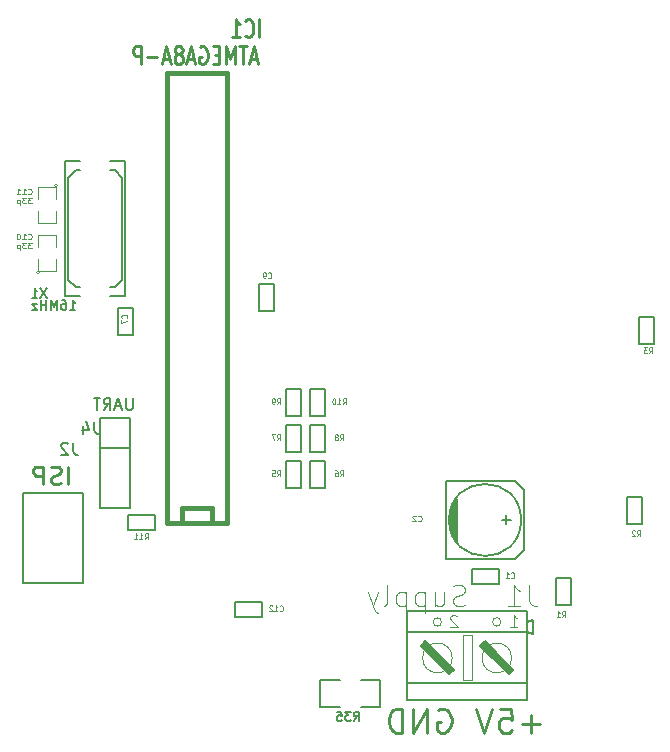
<source format=gbo>
G04 (created by PCBNEW (2013-jul-07)-stable) date nie, 13 lis 2016, 20:29:25*
%MOIN*%
G04 Gerber Fmt 3.4, Leading zero omitted, Abs format*
%FSLAX34Y34*%
G01*
G70*
G90*
G04 APERTURE LIST*
%ADD10C,0.00590551*%
%ADD11C,0.00787402*%
%ADD12C,0.00984252*%
%ADD13C,0.005*%
%ADD14C,0.015*%
%ADD15C,0.0039*%
%ADD16C,0.006*%
%ADD17C,0.008*%
%ADD18C,0.0026*%
%ADD19C,0.024*%
%ADD20C,0.003*%
%ADD21C,0.0045*%
%ADD22C,0.01125*%
%ADD23C,0.012*%
%ADD24C,0.0047*%
%ADD25C,0.0043*%
%ADD26C,0.0035*%
G04 APERTURE END LIST*
G54D10*
G54D11*
X49128Y-39265D02*
X49128Y-39584D01*
X49109Y-39621D01*
X49090Y-39640D01*
X49053Y-39659D01*
X48978Y-39659D01*
X48940Y-39640D01*
X48921Y-39621D01*
X48903Y-39584D01*
X48903Y-39265D01*
X48734Y-39546D02*
X48546Y-39546D01*
X48771Y-39659D02*
X48640Y-39265D01*
X48509Y-39659D01*
X48153Y-39659D02*
X48284Y-39471D01*
X48378Y-39659D02*
X48378Y-39265D01*
X48228Y-39265D01*
X48190Y-39284D01*
X48171Y-39303D01*
X48153Y-39340D01*
X48153Y-39396D01*
X48171Y-39434D01*
X48190Y-39453D01*
X48228Y-39471D01*
X48378Y-39471D01*
X48040Y-39265D02*
X47815Y-39265D01*
X47928Y-39659D02*
X47928Y-39265D01*
G54D12*
X46976Y-42139D02*
X46976Y-41548D01*
X46723Y-42110D02*
X46639Y-42139D01*
X46498Y-42139D01*
X46442Y-42110D01*
X46414Y-42082D01*
X46385Y-42026D01*
X46385Y-41970D01*
X46414Y-41914D01*
X46442Y-41885D01*
X46498Y-41857D01*
X46610Y-41829D01*
X46667Y-41801D01*
X46695Y-41773D01*
X46723Y-41717D01*
X46723Y-41660D01*
X46695Y-41604D01*
X46667Y-41576D01*
X46610Y-41548D01*
X46470Y-41548D01*
X46385Y-41576D01*
X46132Y-42139D02*
X46132Y-41548D01*
X45907Y-41548D01*
X45851Y-41576D01*
X45823Y-41604D01*
X45795Y-41660D01*
X45795Y-41745D01*
X45823Y-41801D01*
X45851Y-41829D01*
X45907Y-41857D01*
X46132Y-41857D01*
X59299Y-49668D02*
X59374Y-49631D01*
X59487Y-49631D01*
X59599Y-49668D01*
X59674Y-49743D01*
X59712Y-49818D01*
X59749Y-49968D01*
X59749Y-50081D01*
X59712Y-50231D01*
X59674Y-50306D01*
X59599Y-50381D01*
X59487Y-50418D01*
X59412Y-50418D01*
X59299Y-50381D01*
X59262Y-50343D01*
X59262Y-50081D01*
X59412Y-50081D01*
X58924Y-50418D02*
X58924Y-49631D01*
X58475Y-50418D01*
X58475Y-49631D01*
X58100Y-50418D02*
X58100Y-49631D01*
X57912Y-49631D01*
X57800Y-49668D01*
X57725Y-49743D01*
X57687Y-49818D01*
X57650Y-49968D01*
X57650Y-50081D01*
X57687Y-50231D01*
X57725Y-50306D01*
X57800Y-50381D01*
X57912Y-50418D01*
X58100Y-50418D01*
X62712Y-50118D02*
X62112Y-50118D01*
X62412Y-50418D02*
X62412Y-49818D01*
X61362Y-49631D02*
X61737Y-49631D01*
X61774Y-50006D01*
X61737Y-49968D01*
X61662Y-49931D01*
X61475Y-49931D01*
X61400Y-49968D01*
X61362Y-50006D01*
X61325Y-50081D01*
X61325Y-50268D01*
X61362Y-50343D01*
X61400Y-50381D01*
X61475Y-50418D01*
X61662Y-50418D01*
X61737Y-50381D01*
X61774Y-50343D01*
X61100Y-49631D02*
X60837Y-50418D01*
X60575Y-49631D01*
G54D10*
X47216Y-31679D02*
X47366Y-31679D01*
X48516Y-31679D02*
X48366Y-31679D01*
X48516Y-35579D02*
X48366Y-35579D01*
X47216Y-35579D02*
X47366Y-35579D01*
X46866Y-35879D02*
X47366Y-35879D01*
X48866Y-35879D02*
X48366Y-35879D01*
X48866Y-31379D02*
X48366Y-31379D01*
X46866Y-31379D02*
X47366Y-31379D01*
X48516Y-31679D02*
X48766Y-31929D01*
X48766Y-31929D02*
X48766Y-35329D01*
X48766Y-35329D02*
X48516Y-35579D01*
X47216Y-35579D02*
X46966Y-35329D01*
X46966Y-35329D02*
X46966Y-31929D01*
X46966Y-31929D02*
X47216Y-31679D01*
X48866Y-35879D02*
X48866Y-31379D01*
X46866Y-31379D02*
X46866Y-35879D01*
G54D13*
X65596Y-42561D02*
X65596Y-43461D01*
X65596Y-43461D02*
X66096Y-43461D01*
X66096Y-43461D02*
X66096Y-42561D01*
X66096Y-42561D02*
X65596Y-42561D01*
X60416Y-45479D02*
X61316Y-45479D01*
X61316Y-45479D02*
X61316Y-44979D01*
X61316Y-44979D02*
X60416Y-44979D01*
X60416Y-44979D02*
X60416Y-45479D01*
X65990Y-36557D02*
X65990Y-37457D01*
X65990Y-37457D02*
X66490Y-37457D01*
X66490Y-37457D02*
X66490Y-36557D01*
X66490Y-36557D02*
X65990Y-36557D01*
X53316Y-35479D02*
X53316Y-36379D01*
X53316Y-36379D02*
X53816Y-36379D01*
X53816Y-36379D02*
X53816Y-35479D01*
X53816Y-35479D02*
X53316Y-35479D01*
X54716Y-41079D02*
X54716Y-40179D01*
X54716Y-40179D02*
X54216Y-40179D01*
X54216Y-40179D02*
X54216Y-41079D01*
X54216Y-41079D02*
X54716Y-41079D01*
X54216Y-38979D02*
X54216Y-39879D01*
X54216Y-39879D02*
X54716Y-39879D01*
X54716Y-39879D02*
X54716Y-38979D01*
X54716Y-38979D02*
X54216Y-38979D01*
X55516Y-41079D02*
X55516Y-40179D01*
X55516Y-40179D02*
X55016Y-40179D01*
X55016Y-40179D02*
X55016Y-41079D01*
X55016Y-41079D02*
X55516Y-41079D01*
X55016Y-38979D02*
X55016Y-39879D01*
X55016Y-39879D02*
X55516Y-39879D01*
X55516Y-39879D02*
X55516Y-38979D01*
X55516Y-38979D02*
X55016Y-38979D01*
X52516Y-46579D02*
X53416Y-46579D01*
X53416Y-46579D02*
X53416Y-46079D01*
X53416Y-46079D02*
X52516Y-46079D01*
X52516Y-46079D02*
X52516Y-46579D01*
X48959Y-43655D02*
X49859Y-43655D01*
X49859Y-43655D02*
X49859Y-43155D01*
X49859Y-43155D02*
X48959Y-43155D01*
X48959Y-43155D02*
X48959Y-43655D01*
X49116Y-37179D02*
X49116Y-36279D01*
X49116Y-36279D02*
X48616Y-36279D01*
X48616Y-36279D02*
X48616Y-37179D01*
X48616Y-37179D02*
X49116Y-37179D01*
X55516Y-42279D02*
X55516Y-41379D01*
X55516Y-41379D02*
X55016Y-41379D01*
X55016Y-41379D02*
X55016Y-42279D01*
X55016Y-42279D02*
X55516Y-42279D01*
X54716Y-42279D02*
X54716Y-41379D01*
X54716Y-41379D02*
X54216Y-41379D01*
X54216Y-41379D02*
X54216Y-42279D01*
X54216Y-42279D02*
X54716Y-42279D01*
X63716Y-46179D02*
X63716Y-45279D01*
X63716Y-45279D02*
X63216Y-45279D01*
X63216Y-45279D02*
X63216Y-46179D01*
X63216Y-46179D02*
X63716Y-46179D01*
G54D14*
X52266Y-43429D02*
X52266Y-28429D01*
X52266Y-28429D02*
X50266Y-28429D01*
X50266Y-28429D02*
X50266Y-43429D01*
X50266Y-43429D02*
X52266Y-43429D01*
X51766Y-43429D02*
X51766Y-42929D01*
X51766Y-42929D02*
X50766Y-42929D01*
X50766Y-42929D02*
X50766Y-43429D01*
G54D13*
X59716Y-43629D02*
X59716Y-43029D01*
X59766Y-42879D02*
X59766Y-43779D01*
X59816Y-43879D02*
X59816Y-42779D01*
X59866Y-42679D02*
X59866Y-43979D01*
X59916Y-44029D02*
X59916Y-42629D01*
X62066Y-43329D02*
G75*
G03X62066Y-43329I-1200J0D01*
G74*
G01*
X59566Y-44629D02*
X59566Y-42029D01*
X59566Y-42029D02*
X61866Y-42029D01*
X61866Y-42029D02*
X62166Y-42329D01*
X62166Y-42329D02*
X62166Y-44329D01*
X62166Y-44329D02*
X61866Y-44629D01*
X61866Y-44629D02*
X59566Y-44629D01*
X61716Y-43329D02*
X61416Y-43329D01*
X61566Y-43479D02*
X61566Y-43179D01*
G54D15*
X46616Y-32179D02*
G75*
G03X46616Y-32179I-50J0D01*
G74*
G01*
X46566Y-32629D02*
X46566Y-32229D01*
X46566Y-32229D02*
X45966Y-32229D01*
X45966Y-32229D02*
X45966Y-32629D01*
X45966Y-33029D02*
X45966Y-33429D01*
X45966Y-33429D02*
X46566Y-33429D01*
X46566Y-33429D02*
X46566Y-33029D01*
X46016Y-35079D02*
G75*
G03X46016Y-35079I-50J0D01*
G74*
G01*
X45966Y-34629D02*
X45966Y-35029D01*
X45966Y-35029D02*
X46566Y-35029D01*
X46566Y-35029D02*
X46566Y-34629D01*
X46566Y-34229D02*
X46566Y-33829D01*
X46566Y-33829D02*
X45966Y-33829D01*
X45966Y-33829D02*
X45966Y-34229D01*
G54D16*
X49023Y-39937D02*
X48023Y-39937D01*
X48023Y-39937D02*
X48023Y-42937D01*
X48023Y-42937D02*
X49023Y-42937D01*
X49023Y-42937D02*
X49023Y-39937D01*
X48023Y-40937D02*
X49023Y-40937D01*
G54D17*
X45466Y-42429D02*
X45466Y-45429D01*
X47466Y-45429D02*
X47466Y-42429D01*
X47466Y-42429D02*
X45466Y-42429D01*
X45466Y-45429D02*
X47466Y-45429D01*
G54D18*
X60416Y-48679D02*
X60116Y-48679D01*
X60116Y-48679D02*
X60116Y-47179D01*
X60416Y-47179D02*
X60116Y-47179D01*
X60416Y-48679D02*
X60416Y-47179D01*
G54D16*
X62266Y-49329D02*
X62266Y-48779D01*
X58266Y-46379D02*
X62266Y-46379D01*
X58266Y-46379D02*
X58266Y-47079D01*
X62266Y-49329D02*
X58266Y-49329D01*
X62266Y-46729D02*
X62466Y-46679D01*
X62266Y-46729D02*
X62266Y-46379D01*
X62466Y-46679D02*
X62466Y-47129D01*
X62466Y-47129D02*
X62266Y-47079D01*
X62266Y-47079D02*
X62266Y-46729D01*
X62266Y-47079D02*
X58266Y-47079D01*
X58266Y-47079D02*
X58266Y-48779D01*
X62266Y-48779D02*
X58266Y-48779D01*
X62266Y-48779D02*
X62266Y-47079D01*
X58266Y-48779D02*
X58266Y-49329D01*
X59676Y-48479D02*
X58726Y-47529D01*
X59826Y-48329D02*
X58876Y-47379D01*
X61806Y-48329D02*
X60856Y-47379D01*
X61656Y-48479D02*
X60706Y-47529D01*
G54D19*
X59676Y-48329D02*
X58876Y-47529D01*
X61656Y-48329D02*
X60856Y-47529D01*
G54D16*
X59826Y-48329D02*
X59676Y-48479D01*
X58876Y-47379D02*
X58726Y-47529D01*
X61806Y-48329D02*
X61656Y-48479D01*
X60856Y-47379D02*
X60706Y-47529D01*
G54D20*
X59417Y-46729D02*
G75*
G03X59417Y-46729I-141J0D01*
G74*
G01*
X61397Y-46729D02*
G75*
G03X61397Y-46729I-141J0D01*
G74*
G01*
X59771Y-47929D02*
G75*
G03X59771Y-47929I-494J0D01*
G74*
G01*
X61751Y-47929D02*
G75*
G03X61751Y-47929I-494J0D01*
G74*
G01*
G54D13*
X57366Y-48679D02*
X57366Y-49579D01*
X57366Y-49579D02*
X56716Y-49579D01*
X56016Y-48679D02*
X55366Y-48679D01*
X55366Y-48679D02*
X55366Y-49579D01*
X55366Y-49579D02*
X56016Y-49579D01*
X56716Y-48679D02*
X57366Y-48679D01*
G54D10*
X46254Y-35612D02*
X46044Y-35927D01*
X46044Y-35612D02*
X46254Y-35927D01*
X45760Y-35927D02*
X45940Y-35927D01*
X45850Y-35927D02*
X45850Y-35612D01*
X45880Y-35657D01*
X45910Y-35687D01*
X45940Y-35702D01*
X47032Y-36327D02*
X47212Y-36327D01*
X47122Y-36327D02*
X47122Y-36012D01*
X47152Y-36057D01*
X47182Y-36087D01*
X47212Y-36102D01*
X46762Y-36012D02*
X46822Y-36012D01*
X46852Y-36027D01*
X46867Y-36042D01*
X46897Y-36087D01*
X46912Y-36147D01*
X46912Y-36267D01*
X46897Y-36297D01*
X46882Y-36312D01*
X46852Y-36327D01*
X46792Y-36327D01*
X46762Y-36312D01*
X46747Y-36297D01*
X46732Y-36267D01*
X46732Y-36192D01*
X46747Y-36162D01*
X46762Y-36147D01*
X46792Y-36132D01*
X46852Y-36132D01*
X46882Y-36147D01*
X46897Y-36162D01*
X46912Y-36192D01*
X46597Y-36327D02*
X46597Y-36012D01*
X46492Y-36237D01*
X46387Y-36012D01*
X46387Y-36327D01*
X46237Y-36327D02*
X46237Y-36012D01*
X46237Y-36162D02*
X46057Y-36162D01*
X46057Y-36327D02*
X46057Y-36012D01*
X45937Y-36117D02*
X45772Y-36117D01*
X45937Y-36327D01*
X45772Y-36327D01*
G54D21*
X65930Y-43880D02*
X65990Y-43785D01*
X66032Y-43880D02*
X66032Y-43680D01*
X65964Y-43680D01*
X65947Y-43690D01*
X65938Y-43700D01*
X65930Y-43719D01*
X65930Y-43747D01*
X65938Y-43766D01*
X65947Y-43776D01*
X65964Y-43785D01*
X66032Y-43785D01*
X65861Y-43700D02*
X65852Y-43690D01*
X65835Y-43680D01*
X65792Y-43680D01*
X65775Y-43690D01*
X65767Y-43700D01*
X65758Y-43719D01*
X65758Y-43738D01*
X65767Y-43766D01*
X65870Y-43880D01*
X65758Y-43880D01*
X61730Y-45261D02*
X61738Y-45271D01*
X61764Y-45280D01*
X61781Y-45280D01*
X61807Y-45271D01*
X61824Y-45252D01*
X61832Y-45233D01*
X61841Y-45195D01*
X61841Y-45166D01*
X61832Y-45128D01*
X61824Y-45109D01*
X61807Y-45090D01*
X61781Y-45080D01*
X61764Y-45080D01*
X61738Y-45090D01*
X61730Y-45100D01*
X61558Y-45280D02*
X61661Y-45280D01*
X61610Y-45280D02*
X61610Y-45080D01*
X61627Y-45109D01*
X61644Y-45128D01*
X61661Y-45138D01*
X66330Y-37780D02*
X66390Y-37685D01*
X66432Y-37780D02*
X66432Y-37580D01*
X66364Y-37580D01*
X66347Y-37590D01*
X66338Y-37600D01*
X66330Y-37619D01*
X66330Y-37647D01*
X66338Y-37666D01*
X66347Y-37676D01*
X66364Y-37685D01*
X66432Y-37685D01*
X66270Y-37580D02*
X66158Y-37580D01*
X66218Y-37657D01*
X66192Y-37657D01*
X66175Y-37666D01*
X66167Y-37676D01*
X66158Y-37695D01*
X66158Y-37742D01*
X66167Y-37761D01*
X66175Y-37771D01*
X66192Y-37780D01*
X66244Y-37780D01*
X66261Y-37771D01*
X66270Y-37761D01*
X53630Y-35261D02*
X53638Y-35271D01*
X53664Y-35280D01*
X53681Y-35280D01*
X53707Y-35271D01*
X53724Y-35252D01*
X53732Y-35233D01*
X53741Y-35195D01*
X53741Y-35166D01*
X53732Y-35128D01*
X53724Y-35109D01*
X53707Y-35090D01*
X53681Y-35080D01*
X53664Y-35080D01*
X53638Y-35090D01*
X53630Y-35100D01*
X53544Y-35280D02*
X53510Y-35280D01*
X53492Y-35271D01*
X53484Y-35261D01*
X53467Y-35233D01*
X53458Y-35195D01*
X53458Y-35119D01*
X53467Y-35100D01*
X53475Y-35090D01*
X53492Y-35080D01*
X53527Y-35080D01*
X53544Y-35090D01*
X53552Y-35100D01*
X53561Y-35119D01*
X53561Y-35166D01*
X53552Y-35185D01*
X53544Y-35195D01*
X53527Y-35204D01*
X53492Y-35204D01*
X53475Y-35195D01*
X53467Y-35185D01*
X53458Y-35166D01*
X53930Y-40680D02*
X53990Y-40585D01*
X54032Y-40680D02*
X54032Y-40480D01*
X53964Y-40480D01*
X53947Y-40490D01*
X53938Y-40500D01*
X53930Y-40519D01*
X53930Y-40547D01*
X53938Y-40566D01*
X53947Y-40576D01*
X53964Y-40585D01*
X54032Y-40585D01*
X53870Y-40480D02*
X53750Y-40480D01*
X53827Y-40680D01*
X53930Y-39480D02*
X53990Y-39385D01*
X54032Y-39480D02*
X54032Y-39280D01*
X53964Y-39280D01*
X53947Y-39290D01*
X53938Y-39300D01*
X53930Y-39319D01*
X53930Y-39347D01*
X53938Y-39366D01*
X53947Y-39376D01*
X53964Y-39385D01*
X54032Y-39385D01*
X53844Y-39480D02*
X53810Y-39480D01*
X53792Y-39471D01*
X53784Y-39461D01*
X53767Y-39433D01*
X53758Y-39395D01*
X53758Y-39319D01*
X53767Y-39300D01*
X53775Y-39290D01*
X53792Y-39280D01*
X53827Y-39280D01*
X53844Y-39290D01*
X53852Y-39300D01*
X53861Y-39319D01*
X53861Y-39366D01*
X53852Y-39385D01*
X53844Y-39395D01*
X53827Y-39404D01*
X53792Y-39404D01*
X53775Y-39395D01*
X53767Y-39385D01*
X53758Y-39366D01*
X56030Y-40680D02*
X56090Y-40585D01*
X56132Y-40680D02*
X56132Y-40480D01*
X56064Y-40480D01*
X56047Y-40490D01*
X56038Y-40500D01*
X56030Y-40519D01*
X56030Y-40547D01*
X56038Y-40566D01*
X56047Y-40576D01*
X56064Y-40585D01*
X56132Y-40585D01*
X55927Y-40566D02*
X55944Y-40557D01*
X55952Y-40547D01*
X55961Y-40528D01*
X55961Y-40519D01*
X55952Y-40500D01*
X55944Y-40490D01*
X55927Y-40480D01*
X55892Y-40480D01*
X55875Y-40490D01*
X55867Y-40500D01*
X55858Y-40519D01*
X55858Y-40528D01*
X55867Y-40547D01*
X55875Y-40557D01*
X55892Y-40566D01*
X55927Y-40566D01*
X55944Y-40576D01*
X55952Y-40585D01*
X55961Y-40604D01*
X55961Y-40642D01*
X55952Y-40661D01*
X55944Y-40671D01*
X55927Y-40680D01*
X55892Y-40680D01*
X55875Y-40671D01*
X55867Y-40661D01*
X55858Y-40642D01*
X55858Y-40604D01*
X55867Y-40585D01*
X55875Y-40576D01*
X55892Y-40566D01*
X56115Y-39480D02*
X56175Y-39385D01*
X56218Y-39480D02*
X56218Y-39280D01*
X56150Y-39280D01*
X56132Y-39290D01*
X56124Y-39300D01*
X56115Y-39319D01*
X56115Y-39347D01*
X56124Y-39366D01*
X56132Y-39376D01*
X56150Y-39385D01*
X56218Y-39385D01*
X55944Y-39480D02*
X56047Y-39480D01*
X55995Y-39480D02*
X55995Y-39280D01*
X56012Y-39309D01*
X56030Y-39328D01*
X56047Y-39338D01*
X55832Y-39280D02*
X55815Y-39280D01*
X55798Y-39290D01*
X55790Y-39300D01*
X55781Y-39319D01*
X55772Y-39357D01*
X55772Y-39404D01*
X55781Y-39442D01*
X55790Y-39461D01*
X55798Y-39471D01*
X55815Y-39480D01*
X55832Y-39480D01*
X55850Y-39471D01*
X55858Y-39461D01*
X55867Y-39442D01*
X55875Y-39404D01*
X55875Y-39357D01*
X55867Y-39319D01*
X55858Y-39300D01*
X55850Y-39290D01*
X55832Y-39280D01*
X54015Y-46361D02*
X54024Y-46371D01*
X54050Y-46380D01*
X54067Y-46380D01*
X54092Y-46371D01*
X54110Y-46352D01*
X54118Y-46333D01*
X54127Y-46295D01*
X54127Y-46266D01*
X54118Y-46228D01*
X54110Y-46209D01*
X54092Y-46190D01*
X54067Y-46180D01*
X54050Y-46180D01*
X54024Y-46190D01*
X54015Y-46200D01*
X53844Y-46380D02*
X53947Y-46380D01*
X53895Y-46380D02*
X53895Y-46180D01*
X53912Y-46209D01*
X53930Y-46228D01*
X53947Y-46238D01*
X53775Y-46200D02*
X53767Y-46190D01*
X53750Y-46180D01*
X53707Y-46180D01*
X53690Y-46190D01*
X53681Y-46200D01*
X53672Y-46219D01*
X53672Y-46238D01*
X53681Y-46266D01*
X53784Y-46380D01*
X53672Y-46380D01*
X49515Y-43980D02*
X49575Y-43885D01*
X49618Y-43980D02*
X49618Y-43780D01*
X49550Y-43780D01*
X49532Y-43790D01*
X49524Y-43800D01*
X49515Y-43819D01*
X49515Y-43847D01*
X49524Y-43866D01*
X49532Y-43876D01*
X49550Y-43885D01*
X49618Y-43885D01*
X49344Y-43980D02*
X49447Y-43980D01*
X49395Y-43980D02*
X49395Y-43780D01*
X49412Y-43809D01*
X49430Y-43828D01*
X49447Y-43838D01*
X49172Y-43980D02*
X49275Y-43980D01*
X49224Y-43980D02*
X49224Y-43780D01*
X49241Y-43809D01*
X49258Y-43828D01*
X49275Y-43838D01*
X48928Y-36599D02*
X48937Y-36590D01*
X48947Y-36564D01*
X48947Y-36547D01*
X48937Y-36521D01*
X48918Y-36504D01*
X48899Y-36496D01*
X48861Y-36487D01*
X48832Y-36487D01*
X48794Y-36496D01*
X48775Y-36504D01*
X48756Y-36521D01*
X48747Y-36547D01*
X48747Y-36564D01*
X48756Y-36590D01*
X48766Y-36599D01*
X48747Y-36659D02*
X48747Y-36779D01*
X48947Y-36701D01*
X56030Y-41880D02*
X56090Y-41785D01*
X56132Y-41880D02*
X56132Y-41680D01*
X56064Y-41680D01*
X56047Y-41690D01*
X56038Y-41700D01*
X56030Y-41719D01*
X56030Y-41747D01*
X56038Y-41766D01*
X56047Y-41776D01*
X56064Y-41785D01*
X56132Y-41785D01*
X55875Y-41680D02*
X55910Y-41680D01*
X55927Y-41690D01*
X55935Y-41700D01*
X55952Y-41728D01*
X55961Y-41766D01*
X55961Y-41842D01*
X55952Y-41861D01*
X55944Y-41871D01*
X55927Y-41880D01*
X55892Y-41880D01*
X55875Y-41871D01*
X55867Y-41861D01*
X55858Y-41842D01*
X55858Y-41795D01*
X55867Y-41776D01*
X55875Y-41766D01*
X55892Y-41757D01*
X55927Y-41757D01*
X55944Y-41766D01*
X55952Y-41776D01*
X55961Y-41795D01*
X53930Y-41880D02*
X53990Y-41785D01*
X54032Y-41880D02*
X54032Y-41680D01*
X53964Y-41680D01*
X53947Y-41690D01*
X53938Y-41700D01*
X53930Y-41719D01*
X53930Y-41747D01*
X53938Y-41766D01*
X53947Y-41776D01*
X53964Y-41785D01*
X54032Y-41785D01*
X53767Y-41680D02*
X53852Y-41680D01*
X53861Y-41776D01*
X53852Y-41766D01*
X53835Y-41757D01*
X53792Y-41757D01*
X53775Y-41766D01*
X53767Y-41776D01*
X53758Y-41795D01*
X53758Y-41842D01*
X53767Y-41861D01*
X53775Y-41871D01*
X53792Y-41880D01*
X53835Y-41880D01*
X53852Y-41871D01*
X53861Y-41861D01*
X63430Y-46580D02*
X63490Y-46485D01*
X63532Y-46580D02*
X63532Y-46380D01*
X63464Y-46380D01*
X63447Y-46390D01*
X63438Y-46400D01*
X63430Y-46419D01*
X63430Y-46447D01*
X63438Y-46466D01*
X63447Y-46476D01*
X63464Y-46485D01*
X63532Y-46485D01*
X63258Y-46580D02*
X63361Y-46580D01*
X63310Y-46580D02*
X63310Y-46380D01*
X63327Y-46409D01*
X63344Y-46428D01*
X63361Y-46438D01*
G54D22*
X53339Y-27242D02*
X53339Y-26642D01*
X52867Y-27185D02*
X52889Y-27214D01*
X52953Y-27242D01*
X52996Y-27242D01*
X53060Y-27214D01*
X53103Y-27157D01*
X53124Y-27100D01*
X53146Y-26985D01*
X53146Y-26900D01*
X53124Y-26785D01*
X53103Y-26728D01*
X53060Y-26671D01*
X52996Y-26642D01*
X52953Y-26642D01*
X52889Y-26671D01*
X52867Y-26700D01*
X52439Y-27242D02*
X52696Y-27242D01*
X52567Y-27242D02*
X52567Y-26642D01*
X52610Y-26728D01*
X52653Y-26785D01*
X52696Y-26814D01*
G54D23*
G54D22*
X53267Y-27971D02*
X53053Y-27971D01*
X53310Y-28142D02*
X53160Y-27542D01*
X53010Y-28142D01*
X52925Y-27542D02*
X52667Y-27542D01*
X52796Y-28142D02*
X52796Y-27542D01*
X52517Y-28142D02*
X52517Y-27542D01*
X52367Y-27971D01*
X52217Y-27542D01*
X52217Y-28142D01*
X52003Y-27828D02*
X51853Y-27828D01*
X51789Y-28142D02*
X52003Y-28142D01*
X52003Y-27542D01*
X51789Y-27542D01*
X51360Y-27571D02*
X51403Y-27542D01*
X51467Y-27542D01*
X51532Y-27571D01*
X51575Y-27628D01*
X51596Y-27685D01*
X51617Y-27800D01*
X51617Y-27885D01*
X51596Y-28000D01*
X51575Y-28057D01*
X51532Y-28114D01*
X51467Y-28142D01*
X51425Y-28142D01*
X51360Y-28114D01*
X51339Y-28085D01*
X51339Y-27885D01*
X51425Y-27885D01*
X51167Y-27971D02*
X50953Y-27971D01*
X51210Y-28142D02*
X51060Y-27542D01*
X50910Y-28142D01*
X50696Y-27800D02*
X50739Y-27771D01*
X50760Y-27742D01*
X50782Y-27685D01*
X50782Y-27657D01*
X50760Y-27600D01*
X50739Y-27571D01*
X50696Y-27542D01*
X50610Y-27542D01*
X50567Y-27571D01*
X50546Y-27600D01*
X50525Y-27657D01*
X50525Y-27685D01*
X50546Y-27742D01*
X50567Y-27771D01*
X50610Y-27800D01*
X50696Y-27800D01*
X50739Y-27828D01*
X50760Y-27857D01*
X50782Y-27914D01*
X50782Y-28028D01*
X50760Y-28085D01*
X50739Y-28114D01*
X50696Y-28142D01*
X50610Y-28142D01*
X50567Y-28114D01*
X50546Y-28085D01*
X50525Y-28028D01*
X50525Y-27914D01*
X50546Y-27857D01*
X50567Y-27828D01*
X50610Y-27800D01*
X50353Y-27971D02*
X50139Y-27971D01*
X50396Y-28142D02*
X50246Y-27542D01*
X50096Y-28142D01*
X49946Y-27914D02*
X49603Y-27914D01*
X49389Y-28142D02*
X49389Y-27542D01*
X49217Y-27542D01*
X49175Y-27571D01*
X49153Y-27600D01*
X49132Y-27657D01*
X49132Y-27742D01*
X49153Y-27800D01*
X49175Y-27828D01*
X49217Y-27857D01*
X49389Y-27857D01*
G54D23*
G54D24*
X58632Y-43360D02*
X58642Y-43370D01*
X58670Y-43379D01*
X58689Y-43379D01*
X58717Y-43370D01*
X58736Y-43351D01*
X58745Y-43332D01*
X58754Y-43295D01*
X58754Y-43267D01*
X58745Y-43229D01*
X58736Y-43210D01*
X58717Y-43192D01*
X58689Y-43182D01*
X58670Y-43182D01*
X58642Y-43192D01*
X58632Y-43201D01*
X58557Y-43201D02*
X58548Y-43192D01*
X58529Y-43182D01*
X58482Y-43182D01*
X58463Y-43192D01*
X58454Y-43201D01*
X58445Y-43220D01*
X58445Y-43239D01*
X58454Y-43267D01*
X58567Y-43379D01*
X58445Y-43379D01*
G54D25*
X45626Y-32460D02*
X45636Y-32470D01*
X45664Y-32479D01*
X45682Y-32479D01*
X45711Y-32470D01*
X45729Y-32451D01*
X45739Y-32432D01*
X45748Y-32395D01*
X45748Y-32367D01*
X45739Y-32329D01*
X45729Y-32310D01*
X45711Y-32292D01*
X45682Y-32282D01*
X45664Y-32282D01*
X45636Y-32292D01*
X45626Y-32301D01*
X45439Y-32479D02*
X45551Y-32479D01*
X45495Y-32479D02*
X45495Y-32282D01*
X45514Y-32310D01*
X45532Y-32329D01*
X45551Y-32339D01*
X45251Y-32479D02*
X45363Y-32479D01*
X45307Y-32479D02*
X45307Y-32282D01*
X45326Y-32310D01*
X45345Y-32329D01*
X45363Y-32339D01*
X45748Y-32582D02*
X45626Y-32582D01*
X45692Y-32657D01*
X45664Y-32657D01*
X45645Y-32667D01*
X45636Y-32676D01*
X45626Y-32695D01*
X45626Y-32742D01*
X45636Y-32760D01*
X45645Y-32770D01*
X45664Y-32779D01*
X45720Y-32779D01*
X45739Y-32770D01*
X45748Y-32760D01*
X45560Y-32582D02*
X45439Y-32582D01*
X45504Y-32657D01*
X45476Y-32657D01*
X45457Y-32667D01*
X45448Y-32676D01*
X45439Y-32695D01*
X45439Y-32742D01*
X45448Y-32760D01*
X45457Y-32770D01*
X45476Y-32779D01*
X45532Y-32779D01*
X45551Y-32770D01*
X45560Y-32760D01*
X45354Y-32648D02*
X45354Y-32845D01*
X45354Y-32657D02*
X45335Y-32648D01*
X45298Y-32648D01*
X45279Y-32657D01*
X45270Y-32667D01*
X45260Y-32685D01*
X45260Y-32742D01*
X45270Y-32760D01*
X45279Y-32770D01*
X45298Y-32779D01*
X45335Y-32779D01*
X45354Y-32770D01*
X45626Y-33960D02*
X45636Y-33970D01*
X45664Y-33979D01*
X45682Y-33979D01*
X45711Y-33970D01*
X45729Y-33951D01*
X45739Y-33932D01*
X45748Y-33895D01*
X45748Y-33867D01*
X45739Y-33829D01*
X45729Y-33810D01*
X45711Y-33792D01*
X45682Y-33782D01*
X45664Y-33782D01*
X45636Y-33792D01*
X45626Y-33801D01*
X45439Y-33979D02*
X45551Y-33979D01*
X45495Y-33979D02*
X45495Y-33782D01*
X45514Y-33810D01*
X45532Y-33829D01*
X45551Y-33839D01*
X45317Y-33782D02*
X45298Y-33782D01*
X45279Y-33792D01*
X45270Y-33801D01*
X45260Y-33820D01*
X45251Y-33857D01*
X45251Y-33904D01*
X45260Y-33942D01*
X45270Y-33960D01*
X45279Y-33970D01*
X45298Y-33979D01*
X45317Y-33979D01*
X45335Y-33970D01*
X45345Y-33960D01*
X45354Y-33942D01*
X45363Y-33904D01*
X45363Y-33857D01*
X45354Y-33820D01*
X45345Y-33801D01*
X45335Y-33792D01*
X45317Y-33782D01*
X45748Y-34082D02*
X45626Y-34082D01*
X45692Y-34157D01*
X45664Y-34157D01*
X45645Y-34167D01*
X45636Y-34176D01*
X45626Y-34195D01*
X45626Y-34242D01*
X45636Y-34260D01*
X45645Y-34270D01*
X45664Y-34279D01*
X45720Y-34279D01*
X45739Y-34270D01*
X45748Y-34260D01*
X45560Y-34082D02*
X45439Y-34082D01*
X45504Y-34157D01*
X45476Y-34157D01*
X45457Y-34167D01*
X45448Y-34176D01*
X45439Y-34195D01*
X45439Y-34242D01*
X45448Y-34260D01*
X45457Y-34270D01*
X45476Y-34279D01*
X45532Y-34279D01*
X45551Y-34270D01*
X45560Y-34260D01*
X45354Y-34148D02*
X45354Y-34345D01*
X45354Y-34157D02*
X45335Y-34148D01*
X45298Y-34148D01*
X45279Y-34157D01*
X45270Y-34167D01*
X45260Y-34185D01*
X45260Y-34242D01*
X45270Y-34260D01*
X45279Y-34270D01*
X45298Y-34279D01*
X45335Y-34279D01*
X45354Y-34270D01*
G54D16*
X47833Y-40061D02*
X47833Y-40347D01*
X47852Y-40404D01*
X47890Y-40442D01*
X47947Y-40461D01*
X47985Y-40461D01*
X47471Y-40195D02*
X47471Y-40461D01*
X47566Y-40042D02*
X47661Y-40328D01*
X47414Y-40328D01*
G54D17*
X47133Y-40761D02*
X47133Y-41047D01*
X47152Y-41104D01*
X47190Y-41142D01*
X47247Y-41161D01*
X47285Y-41161D01*
X46961Y-40800D02*
X46942Y-40780D01*
X46904Y-40761D01*
X46809Y-40761D01*
X46771Y-40780D01*
X46752Y-40800D01*
X46733Y-40838D01*
X46733Y-40876D01*
X46752Y-40933D01*
X46980Y-41161D01*
X46733Y-41161D01*
G54D26*
X62333Y-45483D02*
X62333Y-45983D01*
X62366Y-46083D01*
X62433Y-46150D01*
X62533Y-46183D01*
X62600Y-46183D01*
X61633Y-46183D02*
X62033Y-46183D01*
X61833Y-46183D02*
X61833Y-45483D01*
X61900Y-45583D01*
X61966Y-45650D01*
X62033Y-45683D01*
X60200Y-46150D02*
X60100Y-46183D01*
X59933Y-46183D01*
X59866Y-46150D01*
X59833Y-46116D01*
X59800Y-46050D01*
X59800Y-45983D01*
X59833Y-45916D01*
X59866Y-45883D01*
X59933Y-45850D01*
X60066Y-45816D01*
X60133Y-45783D01*
X60166Y-45750D01*
X60200Y-45683D01*
X60200Y-45616D01*
X60166Y-45550D01*
X60133Y-45516D01*
X60066Y-45483D01*
X59900Y-45483D01*
X59800Y-45516D01*
X59200Y-45716D02*
X59200Y-46183D01*
X59500Y-45716D02*
X59500Y-46083D01*
X59466Y-46150D01*
X59400Y-46183D01*
X59300Y-46183D01*
X59233Y-46150D01*
X59200Y-46116D01*
X58866Y-45716D02*
X58866Y-46416D01*
X58866Y-45750D02*
X58800Y-45716D01*
X58666Y-45716D01*
X58600Y-45750D01*
X58566Y-45783D01*
X58533Y-45850D01*
X58533Y-46050D01*
X58566Y-46116D01*
X58600Y-46150D01*
X58666Y-46183D01*
X58800Y-46183D01*
X58866Y-46150D01*
X58233Y-45716D02*
X58233Y-46416D01*
X58233Y-45750D02*
X58166Y-45716D01*
X58033Y-45716D01*
X57966Y-45750D01*
X57933Y-45783D01*
X57900Y-45850D01*
X57900Y-46050D01*
X57933Y-46116D01*
X57966Y-46150D01*
X58033Y-46183D01*
X58166Y-46183D01*
X58233Y-46150D01*
X57500Y-46183D02*
X57566Y-46150D01*
X57600Y-46083D01*
X57600Y-45483D01*
X57300Y-45716D02*
X57133Y-46183D01*
X56966Y-45716D02*
X57133Y-46183D01*
X57200Y-46350D01*
X57233Y-46383D01*
X57300Y-46416D01*
X61709Y-46891D02*
X61932Y-46891D01*
X61821Y-46891D02*
X61821Y-46501D01*
X61858Y-46557D01*
X61895Y-46594D01*
X61932Y-46613D01*
X59932Y-46539D02*
X59913Y-46520D01*
X59876Y-46501D01*
X59783Y-46501D01*
X59746Y-46520D01*
X59728Y-46539D01*
X59709Y-46576D01*
X59709Y-46613D01*
X59728Y-46669D01*
X59951Y-46891D01*
X59709Y-46891D01*
G54D13*
X56492Y-50021D02*
X56592Y-49878D01*
X56664Y-50021D02*
X56664Y-49721D01*
X56550Y-49721D01*
X56521Y-49735D01*
X56507Y-49750D01*
X56492Y-49778D01*
X56492Y-49821D01*
X56507Y-49850D01*
X56521Y-49864D01*
X56550Y-49878D01*
X56664Y-49878D01*
X56392Y-49721D02*
X56207Y-49721D01*
X56307Y-49835D01*
X56264Y-49835D01*
X56235Y-49850D01*
X56221Y-49864D01*
X56207Y-49892D01*
X56207Y-49964D01*
X56221Y-49992D01*
X56235Y-50007D01*
X56264Y-50021D01*
X56350Y-50021D01*
X56378Y-50007D01*
X56392Y-49992D01*
X55935Y-49721D02*
X56078Y-49721D01*
X56092Y-49864D01*
X56078Y-49850D01*
X56050Y-49835D01*
X55978Y-49835D01*
X55950Y-49850D01*
X55935Y-49864D01*
X55921Y-49892D01*
X55921Y-49964D01*
X55935Y-49992D01*
X55950Y-50007D01*
X55978Y-50021D01*
X56050Y-50021D01*
X56078Y-50007D01*
X56092Y-49992D01*
M02*

</source>
